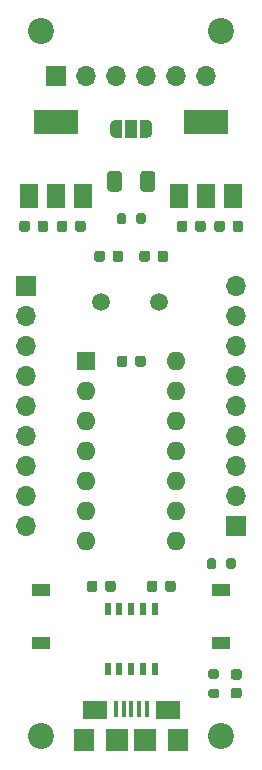
<source format=gts>
G04 #@! TF.GenerationSoftware,KiCad,Pcbnew,(5.1.9)-1*
G04 #@! TF.CreationDate,2023-06-14T07:45:37+09:00*
G04 #@! TF.ProjectId,PICo-16f1765,5049436f-2d31-4366-9631-3736352e6b69,rev?*
G04 #@! TF.SameCoordinates,Original*
G04 #@! TF.FileFunction,Soldermask,Top*
G04 #@! TF.FilePolarity,Negative*
%FSLAX46Y46*%
G04 Gerber Fmt 4.6, Leading zero omitted, Abs format (unit mm)*
G04 Created by KiCad (PCBNEW (5.1.9)-1) date 2023-06-14 07:45:37*
%MOMM*%
%LPD*%
G01*
G04 APERTURE LIST*
%ADD10C,2.200000*%
%ADD11O,1.600000X1.600000*%
%ADD12R,1.600000X1.600000*%
%ADD13C,1.500000*%
%ADD14R,1.500000X2.000000*%
%ADD15R,3.800000X2.000000*%
%ADD16R,1.600000X1.050000*%
%ADD17C,0.100000*%
%ADD18R,1.000000X1.500000*%
%ADD19R,0.400000X1.350000*%
%ADD20R,1.800000X1.900000*%
%ADD21R,2.100000X1.600000*%
%ADD22R,1.900000X1.900000*%
%ADD23O,1.700000X1.700000*%
%ADD24R,1.700000X1.700000*%
%ADD25R,0.510000X1.100000*%
G04 APERTURE END LIST*
D10*
X11430000Y-45720000D03*
X-3810000Y-45720000D03*
X11430000Y13970000D03*
X-3810000Y13970000D03*
G36*
G01*
X945000Y-32770000D02*
X945000Y-33270000D01*
G75*
G02*
X720000Y-33495000I-225000J0D01*
G01*
X270000Y-33495000D01*
G75*
G02*
X45000Y-33270000I0J225000D01*
G01*
X45000Y-32770000D01*
G75*
G02*
X270000Y-32545000I225000J0D01*
G01*
X720000Y-32545000D01*
G75*
G02*
X945000Y-32770000I0J-225000D01*
G01*
G37*
G36*
G01*
X2495000Y-32770000D02*
X2495000Y-33270000D01*
G75*
G02*
X2270000Y-33495000I-225000J0D01*
G01*
X1820000Y-33495000D01*
G75*
G02*
X1595000Y-33270000I0J225000D01*
G01*
X1595000Y-32770000D01*
G75*
G02*
X1820000Y-32545000I225000J0D01*
G01*
X2270000Y-32545000D01*
G75*
G02*
X2495000Y-32770000I0J-225000D01*
G01*
G37*
G36*
G01*
X6675000Y-33270000D02*
X6675000Y-32770000D01*
G75*
G02*
X6900000Y-32545000I225000J0D01*
G01*
X7350000Y-32545000D01*
G75*
G02*
X7575000Y-32770000I0J-225000D01*
G01*
X7575000Y-33270000D01*
G75*
G02*
X7350000Y-33495000I-225000J0D01*
G01*
X6900000Y-33495000D01*
G75*
G02*
X6675000Y-33270000I0J225000D01*
G01*
G37*
G36*
G01*
X5125000Y-33270000D02*
X5125000Y-32770000D01*
G75*
G02*
X5350000Y-32545000I225000J0D01*
G01*
X5800000Y-32545000D01*
G75*
G02*
X6025000Y-32770000I0J-225000D01*
G01*
X6025000Y-33270000D01*
G75*
G02*
X5800000Y-33495000I-225000J0D01*
G01*
X5350000Y-33495000D01*
G75*
G02*
X5125000Y-33270000I0J225000D01*
G01*
G37*
G36*
G01*
X-4770000Y-2290000D02*
X-4770000Y-2790000D01*
G75*
G02*
X-4995000Y-3015000I-225000J0D01*
G01*
X-5445000Y-3015000D01*
G75*
G02*
X-5670000Y-2790000I0J225000D01*
G01*
X-5670000Y-2290000D01*
G75*
G02*
X-5445000Y-2065000I225000J0D01*
G01*
X-4995000Y-2065000D01*
G75*
G02*
X-4770000Y-2290000I0J-225000D01*
G01*
G37*
G36*
G01*
X-3220000Y-2290000D02*
X-3220000Y-2790000D01*
G75*
G02*
X-3445000Y-3015000I-225000J0D01*
G01*
X-3895000Y-3015000D01*
G75*
G02*
X-4120000Y-2790000I0J225000D01*
G01*
X-4120000Y-2290000D01*
G75*
G02*
X-3895000Y-2065000I225000J0D01*
G01*
X-3445000Y-2065000D01*
G75*
G02*
X-3220000Y-2290000I0J-225000D01*
G01*
G37*
G36*
G01*
X-1595000Y-2290000D02*
X-1595000Y-2790000D01*
G75*
G02*
X-1820000Y-3015000I-225000J0D01*
G01*
X-2270000Y-3015000D01*
G75*
G02*
X-2495000Y-2790000I0J225000D01*
G01*
X-2495000Y-2290000D01*
G75*
G02*
X-2270000Y-2065000I225000J0D01*
G01*
X-1820000Y-2065000D01*
G75*
G02*
X-1595000Y-2290000I0J-225000D01*
G01*
G37*
G36*
G01*
X-45000Y-2290000D02*
X-45000Y-2790000D01*
G75*
G02*
X-270000Y-3015000I-225000J0D01*
G01*
X-720000Y-3015000D01*
G75*
G02*
X-945000Y-2790000I0J225000D01*
G01*
X-945000Y-2290000D01*
G75*
G02*
X-720000Y-2065000I225000J0D01*
G01*
X-270000Y-2065000D01*
G75*
G02*
X-45000Y-2290000I0J-225000D01*
G01*
G37*
G36*
G01*
X8565000Y-2290000D02*
X8565000Y-2790000D01*
G75*
G02*
X8340000Y-3015000I-225000J0D01*
G01*
X7890000Y-3015000D01*
G75*
G02*
X7665000Y-2790000I0J225000D01*
G01*
X7665000Y-2290000D01*
G75*
G02*
X7890000Y-2065000I225000J0D01*
G01*
X8340000Y-2065000D01*
G75*
G02*
X8565000Y-2290000I0J-225000D01*
G01*
G37*
G36*
G01*
X10115000Y-2290000D02*
X10115000Y-2790000D01*
G75*
G02*
X9890000Y-3015000I-225000J0D01*
G01*
X9440000Y-3015000D01*
G75*
G02*
X9215000Y-2790000I0J225000D01*
G01*
X9215000Y-2290000D01*
G75*
G02*
X9440000Y-2065000I225000J0D01*
G01*
X9890000Y-2065000D01*
G75*
G02*
X10115000Y-2290000I0J-225000D01*
G01*
G37*
G36*
G01*
X4135000Y-14220000D02*
X4135000Y-13720000D01*
G75*
G02*
X4360000Y-13495000I225000J0D01*
G01*
X4810000Y-13495000D01*
G75*
G02*
X5035000Y-13720000I0J-225000D01*
G01*
X5035000Y-14220000D01*
G75*
G02*
X4810000Y-14445000I-225000J0D01*
G01*
X4360000Y-14445000D01*
G75*
G02*
X4135000Y-14220000I0J225000D01*
G01*
G37*
G36*
G01*
X2585000Y-14220000D02*
X2585000Y-13720000D01*
G75*
G02*
X2810000Y-13495000I225000J0D01*
G01*
X3260000Y-13495000D01*
G75*
G02*
X3485000Y-13720000I0J-225000D01*
G01*
X3485000Y-14220000D01*
G75*
G02*
X3260000Y-14445000I-225000J0D01*
G01*
X2810000Y-14445000D01*
G75*
G02*
X2585000Y-14220000I0J225000D01*
G01*
G37*
G36*
G01*
X11740000Y-2290000D02*
X11740000Y-2790000D01*
G75*
G02*
X11515000Y-3015000I-225000J0D01*
G01*
X11065000Y-3015000D01*
G75*
G02*
X10840000Y-2790000I0J225000D01*
G01*
X10840000Y-2290000D01*
G75*
G02*
X11065000Y-2065000I225000J0D01*
G01*
X11515000Y-2065000D01*
G75*
G02*
X11740000Y-2290000I0J-225000D01*
G01*
G37*
G36*
G01*
X13290000Y-2290000D02*
X13290000Y-2790000D01*
G75*
G02*
X13065000Y-3015000I-225000J0D01*
G01*
X12615000Y-3015000D01*
G75*
G02*
X12390000Y-2790000I0J225000D01*
G01*
X12390000Y-2290000D01*
G75*
G02*
X12615000Y-2065000I225000J0D01*
G01*
X13065000Y-2065000D01*
G75*
G02*
X13290000Y-2290000I0J-225000D01*
G01*
G37*
G36*
G01*
X11070000Y-40850000D02*
X10520000Y-40850000D01*
G75*
G02*
X10320000Y-40650000I0J200000D01*
G01*
X10320000Y-40250000D01*
G75*
G02*
X10520000Y-40050000I200000J0D01*
G01*
X11070000Y-40050000D01*
G75*
G02*
X11270000Y-40250000I0J-200000D01*
G01*
X11270000Y-40650000D01*
G75*
G02*
X11070000Y-40850000I-200000J0D01*
G01*
G37*
G36*
G01*
X11070000Y-42500000D02*
X10520000Y-42500000D01*
G75*
G02*
X10320000Y-42300000I0J200000D01*
G01*
X10320000Y-41900000D01*
G75*
G02*
X10520000Y-41700000I200000J0D01*
G01*
X11070000Y-41700000D01*
G75*
G02*
X11270000Y-41900000I0J-200000D01*
G01*
X11270000Y-42300000D01*
G75*
G02*
X11070000Y-42500000I-200000J0D01*
G01*
G37*
G36*
G01*
X11005000Y-30840000D02*
X11005000Y-31390000D01*
G75*
G02*
X10805000Y-31590000I-200000J0D01*
G01*
X10405000Y-31590000D01*
G75*
G02*
X10205000Y-31390000I0J200000D01*
G01*
X10205000Y-30840000D01*
G75*
G02*
X10405000Y-30640000I200000J0D01*
G01*
X10805000Y-30640000D01*
G75*
G02*
X11005000Y-30840000I0J-200000D01*
G01*
G37*
G36*
G01*
X12655000Y-30840000D02*
X12655000Y-31390000D01*
G75*
G02*
X12455000Y-31590000I-200000J0D01*
G01*
X12055000Y-31590000D01*
G75*
G02*
X11855000Y-31390000I0J200000D01*
G01*
X11855000Y-30840000D01*
G75*
G02*
X12055000Y-30640000I200000J0D01*
G01*
X12455000Y-30640000D01*
G75*
G02*
X12655000Y-30840000I0J-200000D01*
G01*
G37*
G36*
G01*
X4235000Y-2180000D02*
X4235000Y-1630000D01*
G75*
G02*
X4435000Y-1430000I200000J0D01*
G01*
X4835000Y-1430000D01*
G75*
G02*
X5035000Y-1630000I0J-200000D01*
G01*
X5035000Y-2180000D01*
G75*
G02*
X4835000Y-2380000I-200000J0D01*
G01*
X4435000Y-2380000D01*
G75*
G02*
X4235000Y-2180000I0J200000D01*
G01*
G37*
G36*
G01*
X2585000Y-2180000D02*
X2585000Y-1630000D01*
G75*
G02*
X2785000Y-1430000I200000J0D01*
G01*
X3185000Y-1430000D01*
G75*
G02*
X3385000Y-1630000I0J-200000D01*
G01*
X3385000Y-2180000D01*
G75*
G02*
X3185000Y-2380000I-200000J0D01*
G01*
X2785000Y-2380000D01*
G75*
G02*
X2585000Y-2180000I0J200000D01*
G01*
G37*
D11*
X7620000Y-13970000D03*
X0Y-29210000D03*
X7620000Y-16510000D03*
X0Y-26670000D03*
X7620000Y-19050000D03*
X0Y-24130000D03*
X7620000Y-21590000D03*
X0Y-21590000D03*
X7620000Y-24130000D03*
X0Y-19050000D03*
X7620000Y-26670000D03*
X0Y-16510000D03*
X7620000Y-29210000D03*
D12*
X0Y-13970000D03*
D13*
X6150000Y-8980000D03*
X1270000Y-8980000D03*
D14*
X-4840000Y25000D03*
X-240000Y25000D03*
X-2540000Y25000D03*
D15*
X-2540000Y6325000D03*
D14*
X7860000Y25000D03*
X12460000Y25000D03*
X10160000Y25000D03*
D15*
X10160000Y6325000D03*
D16*
X-3810000Y-37785000D03*
X-3810000Y-33335000D03*
X11430000Y-33335000D03*
X11430000Y-37785000D03*
D17*
G36*
X3060000Y4965000D02*
G01*
X2510000Y4965000D01*
X2510000Y4965602D01*
X2485466Y4965602D01*
X2436635Y4970412D01*
X2388510Y4979984D01*
X2341555Y4994228D01*
X2296222Y5013005D01*
X2252949Y5036136D01*
X2212150Y5063396D01*
X2174221Y5094524D01*
X2139524Y5129221D01*
X2108396Y5167150D01*
X2081136Y5207949D01*
X2058005Y5251222D01*
X2039228Y5296555D01*
X2024984Y5343510D01*
X2015412Y5391635D01*
X2010602Y5440466D01*
X2010602Y5465000D01*
X2010000Y5465000D01*
X2010000Y5965000D01*
X2010602Y5965000D01*
X2010602Y5989534D01*
X2015412Y6038365D01*
X2024984Y6086490D01*
X2039228Y6133445D01*
X2058005Y6178778D01*
X2081136Y6222051D01*
X2108396Y6262850D01*
X2139524Y6300779D01*
X2174221Y6335476D01*
X2212150Y6366604D01*
X2252949Y6393864D01*
X2296222Y6416995D01*
X2341555Y6435772D01*
X2388510Y6450016D01*
X2436635Y6459588D01*
X2485466Y6464398D01*
X2510000Y6464398D01*
X2510000Y6465000D01*
X3060000Y6465000D01*
X3060000Y4965000D01*
G37*
D18*
X3810000Y5715000D03*
D17*
G36*
X5110000Y6464398D02*
G01*
X5134534Y6464398D01*
X5183365Y6459588D01*
X5231490Y6450016D01*
X5278445Y6435772D01*
X5323778Y6416995D01*
X5367051Y6393864D01*
X5407850Y6366604D01*
X5445779Y6335476D01*
X5480476Y6300779D01*
X5511604Y6262850D01*
X5538864Y6222051D01*
X5561995Y6178778D01*
X5580772Y6133445D01*
X5595016Y6086490D01*
X5604588Y6038365D01*
X5609398Y5989534D01*
X5609398Y5965000D01*
X5610000Y5965000D01*
X5610000Y5465000D01*
X5609398Y5465000D01*
X5609398Y5440466D01*
X5604588Y5391635D01*
X5595016Y5343510D01*
X5580772Y5296555D01*
X5561995Y5251222D01*
X5538864Y5207949D01*
X5511604Y5167150D01*
X5480476Y5129221D01*
X5445779Y5094524D01*
X5407850Y5063396D01*
X5367051Y5036136D01*
X5323778Y5013005D01*
X5278445Y4994228D01*
X5231490Y4979984D01*
X5183365Y4970412D01*
X5134534Y4965602D01*
X5110000Y4965602D01*
X5110000Y4965000D01*
X4560000Y4965000D01*
X4560000Y6465000D01*
X5110000Y6465000D01*
X5110000Y6464398D01*
G37*
D19*
X2510000Y-43395000D03*
X3160000Y-43395000D03*
X3810000Y-43395000D03*
X4460000Y-43395000D03*
X5110000Y-43395000D03*
D20*
X-190000Y-46070000D03*
X7810000Y-46070000D03*
D21*
X710000Y-43520000D03*
X6910000Y-43520000D03*
D22*
X2610000Y-46070000D03*
X5010000Y-46070000D03*
D23*
X12700000Y-7620000D03*
X12700000Y-10160000D03*
X12700000Y-12700000D03*
X12700000Y-15240000D03*
X12700000Y-17780000D03*
X12700000Y-20320000D03*
X12700000Y-22860000D03*
X12700000Y-25400000D03*
D24*
X12700000Y-27940000D03*
D23*
X-5080000Y-27940000D03*
X-5080000Y-25400000D03*
X-5080000Y-22860000D03*
X-5080000Y-20320000D03*
X-5080000Y-17780000D03*
X-5080000Y-15240000D03*
X-5080000Y-12700000D03*
X-5080000Y-10160000D03*
D24*
X-5080000Y-7620000D03*
D23*
X10160000Y10160000D03*
X7620000Y10160000D03*
X5080000Y10160000D03*
X2540000Y10160000D03*
X0Y10160000D03*
D24*
X-2540000Y10160000D03*
D25*
X1810000Y-34915000D03*
X2810000Y-34915000D03*
X5810000Y-40015000D03*
X3810000Y-34915000D03*
X4810000Y-34915000D03*
X5810000Y-34915000D03*
X4810000Y-40015000D03*
X3810000Y-40015000D03*
X2810000Y-40015000D03*
X1810000Y-40015000D03*
G36*
G01*
X12956250Y-40925000D02*
X12443750Y-40925000D01*
G75*
G02*
X12225000Y-40706250I0J218750D01*
G01*
X12225000Y-40268750D01*
G75*
G02*
X12443750Y-40050000I218750J0D01*
G01*
X12956250Y-40050000D01*
G75*
G02*
X13175000Y-40268750I0J-218750D01*
G01*
X13175000Y-40706250D01*
G75*
G02*
X12956250Y-40925000I-218750J0D01*
G01*
G37*
G36*
G01*
X12956250Y-42500000D02*
X12443750Y-42500000D01*
G75*
G02*
X12225000Y-42281250I0J218750D01*
G01*
X12225000Y-41843750D01*
G75*
G02*
X12443750Y-41625000I218750J0D01*
G01*
X12956250Y-41625000D01*
G75*
G02*
X13175000Y-41843750I0J-218750D01*
G01*
X13175000Y-42281250D01*
G75*
G02*
X12956250Y-42500000I-218750J0D01*
G01*
G37*
G36*
G01*
X3035000Y1895000D02*
X3035000Y645000D01*
G75*
G02*
X2785000Y395000I-250000J0D01*
G01*
X2035000Y395000D01*
G75*
G02*
X1785000Y645000I0J250000D01*
G01*
X1785000Y1895000D01*
G75*
G02*
X2035000Y2145000I250000J0D01*
G01*
X2785000Y2145000D01*
G75*
G02*
X3035000Y1895000I0J-250000D01*
G01*
G37*
G36*
G01*
X5835000Y1895000D02*
X5835000Y645000D01*
G75*
G02*
X5585000Y395000I-250000J0D01*
G01*
X4835000Y395000D01*
G75*
G02*
X4585000Y645000I0J250000D01*
G01*
X4585000Y1895000D01*
G75*
G02*
X4835000Y2145000I250000J0D01*
G01*
X5585000Y2145000D01*
G75*
G02*
X5835000Y1895000I0J-250000D01*
G01*
G37*
G36*
G01*
X5390000Y-4830000D02*
X5390000Y-5330000D01*
G75*
G02*
X5165000Y-5555000I-225000J0D01*
G01*
X4715000Y-5555000D01*
G75*
G02*
X4490000Y-5330000I0J225000D01*
G01*
X4490000Y-4830000D01*
G75*
G02*
X4715000Y-4605000I225000J0D01*
G01*
X5165000Y-4605000D01*
G75*
G02*
X5390000Y-4830000I0J-225000D01*
G01*
G37*
G36*
G01*
X6940000Y-4830000D02*
X6940000Y-5330000D01*
G75*
G02*
X6715000Y-5555000I-225000J0D01*
G01*
X6265000Y-5555000D01*
G75*
G02*
X6040000Y-5330000I0J225000D01*
G01*
X6040000Y-4830000D01*
G75*
G02*
X6265000Y-4605000I225000J0D01*
G01*
X6715000Y-4605000D01*
G75*
G02*
X6940000Y-4830000I0J-225000D01*
G01*
G37*
G36*
G01*
X2230000Y-5330000D02*
X2230000Y-4830000D01*
G75*
G02*
X2455000Y-4605000I225000J0D01*
G01*
X2905000Y-4605000D01*
G75*
G02*
X3130000Y-4830000I0J-225000D01*
G01*
X3130000Y-5330000D01*
G75*
G02*
X2905000Y-5555000I-225000J0D01*
G01*
X2455000Y-5555000D01*
G75*
G02*
X2230000Y-5330000I0J225000D01*
G01*
G37*
G36*
G01*
X680000Y-5330000D02*
X680000Y-4830000D01*
G75*
G02*
X905000Y-4605000I225000J0D01*
G01*
X1355000Y-4605000D01*
G75*
G02*
X1580000Y-4830000I0J-225000D01*
G01*
X1580000Y-5330000D01*
G75*
G02*
X1355000Y-5555000I-225000J0D01*
G01*
X905000Y-5555000D01*
G75*
G02*
X680000Y-5330000I0J225000D01*
G01*
G37*
M02*

</source>
